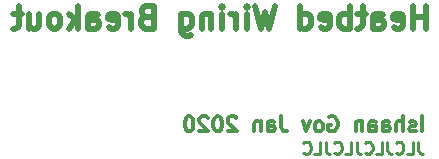
<source format=gbr>
G04 #@! TF.GenerationSoftware,KiCad,Pcbnew,(5.1.4)-1*
G04 #@! TF.CreationDate,2020-03-27T15:17:00-04:00*
G04 #@! TF.ProjectId,heatbed_breakout,68656174-6265-4645-9f62-7265616b6f75,rev?*
G04 #@! TF.SameCoordinates,PX8b91fb0PY68e7780*
G04 #@! TF.FileFunction,Legend,Bot*
G04 #@! TF.FilePolarity,Positive*
%FSLAX46Y46*%
G04 Gerber Fmt 4.6, Leading zero omitted, Abs format (unit mm)*
G04 Created by KiCad (PCBNEW (5.1.4)-1) date 2020-03-27 15:17:00*
%MOMM*%
%LPD*%
G04 APERTURE LIST*
%ADD10C,0.254000*%
%ADD11C,0.317500*%
%ADD12C,0.476250*%
%ADD13C,0.100000*%
%ADD14C,6.102000*%
%ADD15C,3.102000*%
%ADD16C,10.702000*%
%ADD17O,2.102000X1.802000*%
%ADD18C,1.802000*%
%ADD19O,1.829200X1.829200*%
%ADD20R,1.829200X1.829200*%
G04 APERTURE END LIST*
D10*
X-9657048Y-5443619D02*
X-9657048Y-6169333D01*
X-9608667Y-6314476D01*
X-9511905Y-6411238D01*
X-9366762Y-6459619D01*
X-9270000Y-6459619D01*
X-10624667Y-6459619D02*
X-10140858Y-6459619D01*
X-10140858Y-5443619D01*
X-11543905Y-6362857D02*
X-11495524Y-6411238D01*
X-11350381Y-6459619D01*
X-11253620Y-6459619D01*
X-11108477Y-6411238D01*
X-11011715Y-6314476D01*
X-10963334Y-6217714D01*
X-10914953Y-6024190D01*
X-10914953Y-5879047D01*
X-10963334Y-5685523D01*
X-11011715Y-5588761D01*
X-11108477Y-5492000D01*
X-11253620Y-5443619D01*
X-11350381Y-5443619D01*
X-11495524Y-5492000D01*
X-11543905Y-5540380D01*
X-12269620Y-5443619D02*
X-12269620Y-6169333D01*
X-12221239Y-6314476D01*
X-12124477Y-6411238D01*
X-11979334Y-6459619D01*
X-11882572Y-6459619D01*
X-13237239Y-6459619D02*
X-12753429Y-6459619D01*
X-12753429Y-5443619D01*
X-14156477Y-6362857D02*
X-14108096Y-6411238D01*
X-13962953Y-6459619D01*
X-13866191Y-6459619D01*
X-13721048Y-6411238D01*
X-13624286Y-6314476D01*
X-13575905Y-6217714D01*
X-13527524Y-6024190D01*
X-13527524Y-5879047D01*
X-13575905Y-5685523D01*
X-13624286Y-5588761D01*
X-13721048Y-5492000D01*
X-13866191Y-5443619D01*
X-13962953Y-5443619D01*
X-14108096Y-5492000D01*
X-14156477Y-5540380D01*
X-14882191Y-5443619D02*
X-14882191Y-6169333D01*
X-14833810Y-6314476D01*
X-14737048Y-6411238D01*
X-14591905Y-6459619D01*
X-14495143Y-6459619D01*
X-15849810Y-6459619D02*
X-15366000Y-6459619D01*
X-15366000Y-5443619D01*
X-16769048Y-6362857D02*
X-16720667Y-6411238D01*
X-16575524Y-6459619D01*
X-16478762Y-6459619D01*
X-16333620Y-6411238D01*
X-16236858Y-6314476D01*
X-16188477Y-6217714D01*
X-16140096Y-6024190D01*
X-16140096Y-5879047D01*
X-16188477Y-5685523D01*
X-16236858Y-5588761D01*
X-16333620Y-5492000D01*
X-16478762Y-5443619D01*
X-16575524Y-5443619D01*
X-16720667Y-5492000D01*
X-16769048Y-5540380D01*
X-17494762Y-5443619D02*
X-17494762Y-6169333D01*
X-17446381Y-6314476D01*
X-17349620Y-6411238D01*
X-17204477Y-6459619D01*
X-17107715Y-6459619D01*
X-18462381Y-6459619D02*
X-17978572Y-6459619D01*
X-17978572Y-5443619D01*
X-19381620Y-6362857D02*
X-19333239Y-6411238D01*
X-19188096Y-6459619D01*
X-19091334Y-6459619D01*
X-18946191Y-6411238D01*
X-18849429Y-6314476D01*
X-18801048Y-6217714D01*
X-18752667Y-6024190D01*
X-18752667Y-5879047D01*
X-18801048Y-5685523D01*
X-18849429Y-5588761D01*
X-18946191Y-5492000D01*
X-19091334Y-5443619D01*
X-19188096Y-5443619D01*
X-19333239Y-5492000D01*
X-19381620Y-5540380D01*
D11*
X-9341191Y-4574523D02*
X-9341191Y-3304523D01*
X-9885477Y-4514047D02*
X-10006429Y-4574523D01*
X-10248334Y-4574523D01*
X-10369286Y-4514047D01*
X-10429762Y-4393095D01*
X-10429762Y-4332619D01*
X-10369286Y-4211666D01*
X-10248334Y-4151190D01*
X-10066905Y-4151190D01*
X-9945953Y-4090714D01*
X-9885477Y-3969761D01*
X-9885477Y-3909285D01*
X-9945953Y-3788333D01*
X-10066905Y-3727857D01*
X-10248334Y-3727857D01*
X-10369286Y-3788333D01*
X-10974048Y-4574523D02*
X-10974048Y-3304523D01*
X-11518334Y-4574523D02*
X-11518334Y-3909285D01*
X-11457858Y-3788333D01*
X-11336905Y-3727857D01*
X-11155477Y-3727857D01*
X-11034524Y-3788333D01*
X-10974048Y-3848809D01*
X-12667381Y-4574523D02*
X-12667381Y-3909285D01*
X-12606905Y-3788333D01*
X-12485953Y-3727857D01*
X-12244048Y-3727857D01*
X-12123096Y-3788333D01*
X-12667381Y-4514047D02*
X-12546429Y-4574523D01*
X-12244048Y-4574523D01*
X-12123096Y-4514047D01*
X-12062620Y-4393095D01*
X-12062620Y-4272142D01*
X-12123096Y-4151190D01*
X-12244048Y-4090714D01*
X-12546429Y-4090714D01*
X-12667381Y-4030238D01*
X-13816429Y-4574523D02*
X-13816429Y-3909285D01*
X-13755953Y-3788333D01*
X-13635000Y-3727857D01*
X-13393096Y-3727857D01*
X-13272143Y-3788333D01*
X-13816429Y-4514047D02*
X-13695477Y-4574523D01*
X-13393096Y-4574523D01*
X-13272143Y-4514047D01*
X-13211667Y-4393095D01*
X-13211667Y-4272142D01*
X-13272143Y-4151190D01*
X-13393096Y-4090714D01*
X-13695477Y-4090714D01*
X-13816429Y-4030238D01*
X-14421191Y-3727857D02*
X-14421191Y-4574523D01*
X-14421191Y-3848809D02*
X-14481667Y-3788333D01*
X-14602620Y-3727857D01*
X-14784048Y-3727857D01*
X-14905000Y-3788333D01*
X-14965477Y-3909285D01*
X-14965477Y-4574523D01*
X-17203096Y-3365000D02*
X-17082143Y-3304523D01*
X-16900715Y-3304523D01*
X-16719286Y-3365000D01*
X-16598334Y-3485952D01*
X-16537858Y-3606904D01*
X-16477381Y-3848809D01*
X-16477381Y-4030238D01*
X-16537858Y-4272142D01*
X-16598334Y-4393095D01*
X-16719286Y-4514047D01*
X-16900715Y-4574523D01*
X-17021667Y-4574523D01*
X-17203096Y-4514047D01*
X-17263572Y-4453571D01*
X-17263572Y-4030238D01*
X-17021667Y-4030238D01*
X-17989286Y-4574523D02*
X-17868334Y-4514047D01*
X-17807858Y-4453571D01*
X-17747381Y-4332619D01*
X-17747381Y-3969761D01*
X-17807858Y-3848809D01*
X-17868334Y-3788333D01*
X-17989286Y-3727857D01*
X-18170715Y-3727857D01*
X-18291667Y-3788333D01*
X-18352143Y-3848809D01*
X-18412620Y-3969761D01*
X-18412620Y-4332619D01*
X-18352143Y-4453571D01*
X-18291667Y-4514047D01*
X-18170715Y-4574523D01*
X-17989286Y-4574523D01*
X-18835953Y-3727857D02*
X-19138334Y-4574523D01*
X-19440715Y-3727857D01*
X-21255000Y-3304523D02*
X-21255000Y-4211666D01*
X-21194524Y-4393095D01*
X-21073572Y-4514047D01*
X-20892143Y-4574523D01*
X-20771191Y-4574523D01*
X-22404048Y-4574523D02*
X-22404048Y-3909285D01*
X-22343572Y-3788333D01*
X-22222620Y-3727857D01*
X-21980715Y-3727857D01*
X-21859762Y-3788333D01*
X-22404048Y-4514047D02*
X-22283096Y-4574523D01*
X-21980715Y-4574523D01*
X-21859762Y-4514047D01*
X-21799286Y-4393095D01*
X-21799286Y-4272142D01*
X-21859762Y-4151190D01*
X-21980715Y-4090714D01*
X-22283096Y-4090714D01*
X-22404048Y-4030238D01*
X-23008810Y-3727857D02*
X-23008810Y-4574523D01*
X-23008810Y-3848809D02*
X-23069286Y-3788333D01*
X-23190239Y-3727857D01*
X-23371667Y-3727857D01*
X-23492620Y-3788333D01*
X-23553096Y-3909285D01*
X-23553096Y-4574523D01*
X-25065000Y-3425476D02*
X-25125477Y-3365000D01*
X-25246429Y-3304523D01*
X-25548810Y-3304523D01*
X-25669762Y-3365000D01*
X-25730239Y-3425476D01*
X-25790715Y-3546428D01*
X-25790715Y-3667380D01*
X-25730239Y-3848809D01*
X-25004524Y-4574523D01*
X-25790715Y-4574523D01*
X-26576905Y-3304523D02*
X-26697858Y-3304523D01*
X-26818810Y-3365000D01*
X-26879286Y-3425476D01*
X-26939762Y-3546428D01*
X-27000239Y-3788333D01*
X-27000239Y-4090714D01*
X-26939762Y-4332619D01*
X-26879286Y-4453571D01*
X-26818810Y-4514047D01*
X-26697858Y-4574523D01*
X-26576905Y-4574523D01*
X-26455953Y-4514047D01*
X-26395477Y-4453571D01*
X-26335000Y-4332619D01*
X-26274524Y-4090714D01*
X-26274524Y-3788333D01*
X-26335000Y-3546428D01*
X-26395477Y-3425476D01*
X-26455953Y-3365000D01*
X-26576905Y-3304523D01*
X-27484048Y-3425476D02*
X-27544524Y-3365000D01*
X-27665477Y-3304523D01*
X-27967858Y-3304523D01*
X-28088810Y-3365000D01*
X-28149286Y-3425476D01*
X-28209762Y-3546428D01*
X-28209762Y-3667380D01*
X-28149286Y-3848809D01*
X-27423572Y-4574523D01*
X-28209762Y-4574523D01*
X-28995953Y-3304523D02*
X-29116905Y-3304523D01*
X-29237858Y-3365000D01*
X-29298334Y-3425476D01*
X-29358810Y-3546428D01*
X-29419286Y-3788333D01*
X-29419286Y-4090714D01*
X-29358810Y-4332619D01*
X-29298334Y-4453571D01*
X-29237858Y-4514047D01*
X-29116905Y-4574523D01*
X-28995953Y-4574523D01*
X-28875000Y-4514047D01*
X-28814524Y-4453571D01*
X-28754048Y-4332619D01*
X-28693572Y-4090714D01*
X-28693572Y-3788333D01*
X-28754048Y-3546428D01*
X-28814524Y-3425476D01*
X-28875000Y-3365000D01*
X-28995953Y-3304523D01*
D12*
X-9023572Y4138215D02*
X-9023572Y6043215D01*
X-9023572Y5136072D02*
X-10112143Y5136072D01*
X-10112143Y4138215D02*
X-10112143Y6043215D01*
X-11745000Y4228929D02*
X-11563572Y4138215D01*
X-11200715Y4138215D01*
X-11019286Y4228929D01*
X-10928572Y4410358D01*
X-10928572Y5136072D01*
X-11019286Y5317500D01*
X-11200715Y5408215D01*
X-11563572Y5408215D01*
X-11745000Y5317500D01*
X-11835715Y5136072D01*
X-11835715Y4954643D01*
X-10928572Y4773215D01*
X-13468572Y4138215D02*
X-13468572Y5136072D01*
X-13377858Y5317500D01*
X-13196429Y5408215D01*
X-12833572Y5408215D01*
X-12652143Y5317500D01*
X-13468572Y4228929D02*
X-13287143Y4138215D01*
X-12833572Y4138215D01*
X-12652143Y4228929D01*
X-12561429Y4410358D01*
X-12561429Y4591786D01*
X-12652143Y4773215D01*
X-12833572Y4863929D01*
X-13287143Y4863929D01*
X-13468572Y4954643D01*
X-14103572Y5408215D02*
X-14829286Y5408215D01*
X-14375715Y6043215D02*
X-14375715Y4410358D01*
X-14466429Y4228929D01*
X-14647858Y4138215D01*
X-14829286Y4138215D01*
X-15464286Y4138215D02*
X-15464286Y6043215D01*
X-15464286Y5317500D02*
X-15645715Y5408215D01*
X-16008572Y5408215D01*
X-16190000Y5317500D01*
X-16280715Y5226786D01*
X-16371429Y5045358D01*
X-16371429Y4501072D01*
X-16280715Y4319643D01*
X-16190000Y4228929D01*
X-16008572Y4138215D01*
X-15645715Y4138215D01*
X-15464286Y4228929D01*
X-17913572Y4228929D02*
X-17732143Y4138215D01*
X-17369286Y4138215D01*
X-17187858Y4228929D01*
X-17097143Y4410358D01*
X-17097143Y5136072D01*
X-17187858Y5317500D01*
X-17369286Y5408215D01*
X-17732143Y5408215D01*
X-17913572Y5317500D01*
X-18004286Y5136072D01*
X-18004286Y4954643D01*
X-17097143Y4773215D01*
X-19637143Y4138215D02*
X-19637143Y6043215D01*
X-19637143Y4228929D02*
X-19455715Y4138215D01*
X-19092858Y4138215D01*
X-18911429Y4228929D01*
X-18820715Y4319643D01*
X-18730000Y4501072D01*
X-18730000Y5045358D01*
X-18820715Y5226786D01*
X-18911429Y5317500D01*
X-19092858Y5408215D01*
X-19455715Y5408215D01*
X-19637143Y5317500D01*
X-21814286Y6043215D02*
X-22267858Y4138215D01*
X-22630715Y5498929D01*
X-22993572Y4138215D01*
X-23447143Y6043215D01*
X-24172858Y4138215D02*
X-24172858Y5408215D01*
X-24172858Y6043215D02*
X-24082143Y5952500D01*
X-24172858Y5861786D01*
X-24263572Y5952500D01*
X-24172858Y6043215D01*
X-24172858Y5861786D01*
X-25080000Y4138215D02*
X-25080000Y5408215D01*
X-25080000Y5045358D02*
X-25170715Y5226786D01*
X-25261429Y5317500D01*
X-25442858Y5408215D01*
X-25624286Y5408215D01*
X-26259286Y4138215D02*
X-26259286Y5408215D01*
X-26259286Y6043215D02*
X-26168572Y5952500D01*
X-26259286Y5861786D01*
X-26350000Y5952500D01*
X-26259286Y6043215D01*
X-26259286Y5861786D01*
X-27166429Y5408215D02*
X-27166429Y4138215D01*
X-27166429Y5226786D02*
X-27257143Y5317500D01*
X-27438572Y5408215D01*
X-27710715Y5408215D01*
X-27892143Y5317500D01*
X-27982858Y5136072D01*
X-27982858Y4138215D01*
X-29706429Y5408215D02*
X-29706429Y3866072D01*
X-29615715Y3684643D01*
X-29525000Y3593929D01*
X-29343572Y3503215D01*
X-29071429Y3503215D01*
X-28890000Y3593929D01*
X-29706429Y4228929D02*
X-29525000Y4138215D01*
X-29162143Y4138215D01*
X-28980715Y4228929D01*
X-28890000Y4319643D01*
X-28799286Y4501072D01*
X-28799286Y5045358D01*
X-28890000Y5226786D01*
X-28980715Y5317500D01*
X-29162143Y5408215D01*
X-29525000Y5408215D01*
X-29706429Y5317500D01*
X-32700000Y5136072D02*
X-32972143Y5045358D01*
X-33062858Y4954643D01*
X-33153572Y4773215D01*
X-33153572Y4501072D01*
X-33062858Y4319643D01*
X-32972143Y4228929D01*
X-32790715Y4138215D01*
X-32065000Y4138215D01*
X-32065000Y6043215D01*
X-32700000Y6043215D01*
X-32881429Y5952500D01*
X-32972143Y5861786D01*
X-33062858Y5680358D01*
X-33062858Y5498929D01*
X-32972143Y5317500D01*
X-32881429Y5226786D01*
X-32700000Y5136072D01*
X-32065000Y5136072D01*
X-33970000Y4138215D02*
X-33970000Y5408215D01*
X-33970000Y5045358D02*
X-34060715Y5226786D01*
X-34151429Y5317500D01*
X-34332858Y5408215D01*
X-34514286Y5408215D01*
X-35875000Y4228929D02*
X-35693572Y4138215D01*
X-35330715Y4138215D01*
X-35149286Y4228929D01*
X-35058572Y4410358D01*
X-35058572Y5136072D01*
X-35149286Y5317500D01*
X-35330715Y5408215D01*
X-35693572Y5408215D01*
X-35875000Y5317500D01*
X-35965715Y5136072D01*
X-35965715Y4954643D01*
X-35058572Y4773215D01*
X-37598572Y4138215D02*
X-37598572Y5136072D01*
X-37507858Y5317500D01*
X-37326429Y5408215D01*
X-36963572Y5408215D01*
X-36782143Y5317500D01*
X-37598572Y4228929D02*
X-37417143Y4138215D01*
X-36963572Y4138215D01*
X-36782143Y4228929D01*
X-36691429Y4410358D01*
X-36691429Y4591786D01*
X-36782143Y4773215D01*
X-36963572Y4863929D01*
X-37417143Y4863929D01*
X-37598572Y4954643D01*
X-38505715Y4138215D02*
X-38505715Y6043215D01*
X-38687143Y4863929D02*
X-39231429Y4138215D01*
X-39231429Y5408215D02*
X-38505715Y4682500D01*
X-40320000Y4138215D02*
X-40138572Y4228929D01*
X-40047858Y4319643D01*
X-39957143Y4501072D01*
X-39957143Y5045358D01*
X-40047858Y5226786D01*
X-40138572Y5317500D01*
X-40320000Y5408215D01*
X-40592143Y5408215D01*
X-40773572Y5317500D01*
X-40864286Y5226786D01*
X-40955000Y5045358D01*
X-40955000Y4501072D01*
X-40864286Y4319643D01*
X-40773572Y4228929D01*
X-40592143Y4138215D01*
X-40320000Y4138215D01*
X-42587858Y5408215D02*
X-42587858Y4138215D01*
X-41771429Y5408215D02*
X-41771429Y4410358D01*
X-41862143Y4228929D01*
X-42043572Y4138215D01*
X-42315715Y4138215D01*
X-42497143Y4228929D01*
X-42587858Y4319643D01*
X-43222858Y5408215D02*
X-43948572Y5408215D01*
X-43495000Y6043215D02*
X-43495000Y4410358D01*
X-43585715Y4228929D01*
X-43767143Y4138215D01*
X-43948572Y4138215D01*
%LPC*%
D13*
G36*
X2500610Y6623062D02*
G01*
X2559844Y6614275D01*
X2617932Y6599725D01*
X2674313Y6579551D01*
X2728446Y6553948D01*
X2779809Y6523163D01*
X2827907Y6487491D01*
X2872277Y6447277D01*
X2912491Y6402907D01*
X2948163Y6354809D01*
X2978948Y6303446D01*
X3004551Y6249313D01*
X3024725Y6192932D01*
X3039275Y6134844D01*
X3048062Y6075610D01*
X3051000Y6015800D01*
X3051000Y1134200D01*
X3048062Y1074390D01*
X3039275Y1015156D01*
X3024725Y957068D01*
X3004551Y900687D01*
X2978948Y846554D01*
X2948163Y795191D01*
X2912491Y747093D01*
X2872277Y702723D01*
X2827907Y662509D01*
X2779809Y626837D01*
X2728446Y596052D01*
X2674313Y570449D01*
X2617932Y550275D01*
X2559844Y535725D01*
X2500610Y526938D01*
X2440800Y524000D01*
X-2440800Y524000D01*
X-2500610Y526938D01*
X-2559844Y535725D01*
X-2617932Y550275D01*
X-2674313Y570449D01*
X-2728446Y596052D01*
X-2779809Y626837D01*
X-2827907Y662509D01*
X-2872277Y702723D01*
X-2912491Y747093D01*
X-2948163Y795191D01*
X-2978948Y846554D01*
X-3004551Y900687D01*
X-3024725Y957068D01*
X-3039275Y1015156D01*
X-3048062Y1074390D01*
X-3051000Y1134200D01*
X-3051000Y6015800D01*
X-3048062Y6075610D01*
X-3039275Y6134844D01*
X-3024725Y6192932D01*
X-3004551Y6249313D01*
X-2978948Y6303446D01*
X-2948163Y6354809D01*
X-2912491Y6402907D01*
X-2872277Y6447277D01*
X-2827907Y6487491D01*
X-2779809Y6523163D01*
X-2728446Y6553948D01*
X-2674313Y6579551D01*
X-2617932Y6599725D01*
X-2559844Y6614275D01*
X-2500610Y6623062D01*
X-2440800Y6626000D01*
X2440800Y6626000D01*
X2500610Y6623062D01*
X2500610Y6623062D01*
G37*
D14*
X0Y3575000D03*
D13*
G36*
X2500610Y-526938D02*
G01*
X2559844Y-535725D01*
X2617932Y-550275D01*
X2674313Y-570449D01*
X2728446Y-596052D01*
X2779809Y-626837D01*
X2827907Y-662509D01*
X2872277Y-702723D01*
X2912491Y-747093D01*
X2948163Y-795191D01*
X2978948Y-846554D01*
X3004551Y-900687D01*
X3024725Y-957068D01*
X3039275Y-1015156D01*
X3048062Y-1074390D01*
X3051000Y-1134200D01*
X3051000Y-6015800D01*
X3048062Y-6075610D01*
X3039275Y-6134844D01*
X3024725Y-6192932D01*
X3004551Y-6249313D01*
X2978948Y-6303446D01*
X2948163Y-6354809D01*
X2912491Y-6402907D01*
X2872277Y-6447277D01*
X2827907Y-6487491D01*
X2779809Y-6523163D01*
X2728446Y-6553948D01*
X2674313Y-6579551D01*
X2617932Y-6599725D01*
X2559844Y-6614275D01*
X2500610Y-6623062D01*
X2440800Y-6626000D01*
X-2440800Y-6626000D01*
X-2500610Y-6623062D01*
X-2559844Y-6614275D01*
X-2617932Y-6599725D01*
X-2674313Y-6579551D01*
X-2728446Y-6553948D01*
X-2779809Y-6523163D01*
X-2827907Y-6487491D01*
X-2872277Y-6447277D01*
X-2912491Y-6402907D01*
X-2948163Y-6354809D01*
X-2978948Y-6303446D01*
X-3004551Y-6249313D01*
X-3024725Y-6192932D01*
X-3039275Y-6134844D01*
X-3048062Y-6075610D01*
X-3051000Y-6015800D01*
X-3051000Y-1134200D01*
X-3048062Y-1074390D01*
X-3039275Y-1015156D01*
X-3024725Y-957068D01*
X-3004551Y-900687D01*
X-2978948Y-846554D01*
X-2948163Y-795191D01*
X-2912491Y-747093D01*
X-2872277Y-702723D01*
X-2827907Y-662509D01*
X-2779809Y-626837D01*
X-2728446Y-596052D01*
X-2674313Y-570449D01*
X-2617932Y-550275D01*
X-2559844Y-535725D01*
X-2500610Y-526938D01*
X-2440800Y-524000D01*
X2440800Y-524000D01*
X2500610Y-526938D01*
X2500610Y-526938D01*
G37*
D14*
X0Y-3575000D03*
D13*
G36*
X2771205Y8899506D02*
G01*
X2801317Y8895040D01*
X2830846Y8887643D01*
X2859508Y8877387D01*
X2887027Y8864372D01*
X2913138Y8848722D01*
X2937589Y8830588D01*
X2960145Y8810145D01*
X2980588Y8787589D01*
X2998722Y8763138D01*
X3014372Y8737027D01*
X3027387Y8709508D01*
X3037643Y8680846D01*
X3045040Y8651317D01*
X3049506Y8621205D01*
X3051000Y8590800D01*
X3051000Y6109200D01*
X3049506Y6078795D01*
X3045040Y6048683D01*
X3037643Y6019154D01*
X3027387Y5990492D01*
X3014372Y5962973D01*
X2998722Y5936862D01*
X2980588Y5912411D01*
X2960145Y5889855D01*
X2937589Y5869412D01*
X2913138Y5851278D01*
X2887027Y5835628D01*
X2859508Y5822613D01*
X2830846Y5812357D01*
X2801317Y5804960D01*
X2771205Y5800494D01*
X2740800Y5799000D01*
X-2740800Y5799000D01*
X-2771205Y5800494D01*
X-2801317Y5804960D01*
X-2830846Y5812357D01*
X-2859508Y5822613D01*
X-2887027Y5835628D01*
X-2913138Y5851278D01*
X-2937589Y5869412D01*
X-2960145Y5889855D01*
X-2980588Y5912411D01*
X-2998722Y5936862D01*
X-3014372Y5962973D01*
X-3027387Y5990492D01*
X-3037643Y6019154D01*
X-3045040Y6048683D01*
X-3049506Y6078795D01*
X-3051000Y6109200D01*
X-3051000Y8590800D01*
X-3049506Y8621205D01*
X-3045040Y8651317D01*
X-3037643Y8680846D01*
X-3027387Y8709508D01*
X-3014372Y8737027D01*
X-2998722Y8763138D01*
X-2980588Y8787589D01*
X-2960145Y8810145D01*
X-2937589Y8830588D01*
X-2913138Y8848722D01*
X-2887027Y8864372D01*
X-2859508Y8877387D01*
X-2830846Y8887643D01*
X-2801317Y8895040D01*
X-2771205Y8899506D01*
X-2740800Y8901000D01*
X2740800Y8901000D01*
X2771205Y8899506D01*
X2771205Y8899506D01*
G37*
D15*
X0Y7350000D03*
D13*
G36*
X2771205Y-5800494D02*
G01*
X2801317Y-5804960D01*
X2830846Y-5812357D01*
X2859508Y-5822613D01*
X2887027Y-5835628D01*
X2913138Y-5851278D01*
X2937589Y-5869412D01*
X2960145Y-5889855D01*
X2980588Y-5912411D01*
X2998722Y-5936862D01*
X3014372Y-5962973D01*
X3027387Y-5990492D01*
X3037643Y-6019154D01*
X3045040Y-6048683D01*
X3049506Y-6078795D01*
X3051000Y-6109200D01*
X3051000Y-8590800D01*
X3049506Y-8621205D01*
X3045040Y-8651317D01*
X3037643Y-8680846D01*
X3027387Y-8709508D01*
X3014372Y-8737027D01*
X2998722Y-8763138D01*
X2980588Y-8787589D01*
X2960145Y-8810145D01*
X2937589Y-8830588D01*
X2913138Y-8848722D01*
X2887027Y-8864372D01*
X2859508Y-8877387D01*
X2830846Y-8887643D01*
X2801317Y-8895040D01*
X2771205Y-8899506D01*
X2740800Y-8901000D01*
X-2740800Y-8901000D01*
X-2771205Y-8899506D01*
X-2801317Y-8895040D01*
X-2830846Y-8887643D01*
X-2859508Y-8877387D01*
X-2887027Y-8864372D01*
X-2913138Y-8848722D01*
X-2937589Y-8830588D01*
X-2960145Y-8810145D01*
X-2980588Y-8787589D01*
X-2998722Y-8763138D01*
X-3014372Y-8737027D01*
X-3027387Y-8709508D01*
X-3037643Y-8680846D01*
X-3045040Y-8651317D01*
X-3049506Y-8621205D01*
X-3051000Y-8590800D01*
X-3051000Y-6109200D01*
X-3049506Y-6078795D01*
X-3045040Y-6048683D01*
X-3037643Y-6019154D01*
X-3027387Y-5990492D01*
X-3014372Y-5962973D01*
X-2998722Y-5936862D01*
X-2980588Y-5912411D01*
X-2960145Y-5889855D01*
X-2937589Y-5869412D01*
X-2913138Y-5851278D01*
X-2887027Y-5835628D01*
X-2859508Y-5822613D01*
X-2830846Y-5812357D01*
X-2801317Y-5804960D01*
X-2771205Y-5800494D01*
X-2740800Y-5799000D01*
X2740800Y-5799000D01*
X2771205Y-5800494D01*
X2771205Y-5800494D01*
G37*
D15*
X0Y-7350000D03*
D16*
X13650000Y0D03*
X-56350000Y0D03*
D17*
X635000Y-14946000D03*
D13*
G36*
X1446975Y-11546276D02*
G01*
X1472699Y-11550092D01*
X1497925Y-11556411D01*
X1522411Y-11565172D01*
X1545920Y-11576291D01*
X1568226Y-11589661D01*
X1589114Y-11605152D01*
X1608383Y-11622617D01*
X1625848Y-11641886D01*
X1641339Y-11662774D01*
X1654709Y-11685080D01*
X1665828Y-11708589D01*
X1674589Y-11733075D01*
X1680908Y-11758301D01*
X1684724Y-11784025D01*
X1686000Y-11810000D01*
X1686000Y-13082000D01*
X1684724Y-13107975D01*
X1680908Y-13133699D01*
X1674589Y-13158925D01*
X1665828Y-13183411D01*
X1654709Y-13206920D01*
X1641339Y-13229226D01*
X1625848Y-13250114D01*
X1608383Y-13269383D01*
X1589114Y-13286848D01*
X1568226Y-13302339D01*
X1545920Y-13315709D01*
X1522411Y-13326828D01*
X1497925Y-13335589D01*
X1472699Y-13341908D01*
X1446975Y-13345724D01*
X1421000Y-13347000D01*
X-151000Y-13347000D01*
X-176975Y-13345724D01*
X-202699Y-13341908D01*
X-227925Y-13335589D01*
X-252411Y-13326828D01*
X-275920Y-13315709D01*
X-298226Y-13302339D01*
X-319114Y-13286848D01*
X-338383Y-13269383D01*
X-355848Y-13250114D01*
X-371339Y-13229226D01*
X-384709Y-13206920D01*
X-395828Y-13183411D01*
X-404589Y-13158925D01*
X-410908Y-13133699D01*
X-414724Y-13107975D01*
X-416000Y-13082000D01*
X-416000Y-11810000D01*
X-414724Y-11784025D01*
X-410908Y-11758301D01*
X-404589Y-11733075D01*
X-395828Y-11708589D01*
X-384709Y-11685080D01*
X-371339Y-11662774D01*
X-355848Y-11641886D01*
X-338383Y-11622617D01*
X-319114Y-11605152D01*
X-298226Y-11589661D01*
X-275920Y-11576291D01*
X-252411Y-11565172D01*
X-227925Y-11556411D01*
X-202699Y-11550092D01*
X-176975Y-11546276D01*
X-151000Y-11545000D01*
X1421000Y-11545000D01*
X1446975Y-11546276D01*
X1446975Y-11546276D01*
G37*
D18*
X635000Y-12446000D03*
D19*
X-13335000Y1270000D03*
X-13335000Y-1270000D03*
X-15875000Y1270000D03*
X-15875000Y-1270000D03*
X-18415000Y1270000D03*
X-18415000Y-1270000D03*
X-20955000Y1270000D03*
X-20955000Y-1270000D03*
X-23495000Y1270000D03*
X-23495000Y-1270000D03*
X-26035000Y1270000D03*
X-26035000Y-1270000D03*
X-28575000Y1270000D03*
X-28575000Y-1270000D03*
X-31115000Y1270000D03*
X-31115000Y-1270000D03*
X-33655000Y1270000D03*
X-33655000Y-1270000D03*
X-36195000Y1270000D03*
X-36195000Y-1270000D03*
X-38735000Y1270000D03*
X-38735000Y-1270000D03*
X-41275000Y1270000D03*
X-41275000Y-1270000D03*
X-43815000Y1270000D03*
D20*
X-43815000Y-1270000D03*
M02*

</source>
